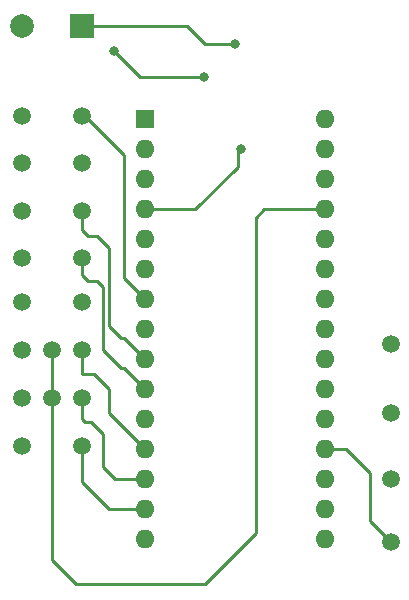
<source format=gbr>
%TF.GenerationSoftware,KiCad,Pcbnew,(5.1.9)-1*%
%TF.CreationDate,2023-04-18T08:21:27+02:00*%
%TF.ProjectId,NANO_Bot,4e414e4f-5f42-46f7-942e-6b696361645f,rev?*%
%TF.SameCoordinates,Original*%
%TF.FileFunction,Copper,L1,Top*%
%TF.FilePolarity,Positive*%
%FSLAX46Y46*%
G04 Gerber Fmt 4.6, Leading zero omitted, Abs format (unit mm)*
G04 Created by KiCad (PCBNEW (5.1.9)-1) date 2023-04-18 08:21:27*
%MOMM*%
%LPD*%
G01*
G04 APERTURE LIST*
%TA.AperFunction,ComponentPad*%
%ADD10C,1.500000*%
%TD*%
%TA.AperFunction,ComponentPad*%
%ADD11R,1.600000X1.600000*%
%TD*%
%TA.AperFunction,ComponentPad*%
%ADD12O,1.600000X1.600000*%
%TD*%
%TA.AperFunction,ComponentPad*%
%ADD13C,2.000000*%
%TD*%
%TA.AperFunction,ComponentPad*%
%ADD14R,2.000000X2.000000*%
%TD*%
%TA.AperFunction,ViaPad*%
%ADD15C,0.800000*%
%TD*%
%TA.AperFunction,Conductor*%
%ADD16C,0.250000*%
%TD*%
G04 APERTURE END LIST*
D10*
%TO.P,LP_rund,1*%
%TO.N,Net-(A1-Pad13)*%
X116586000Y-336296000D03*
%TD*%
%TO.P,LP_rund,1*%
%TO.N,Net-(A1-Pad27)*%
X114046000Y-336296000D03*
%TD*%
%TO.P,LP_rund,1*%
%TO.N,Net-(A1-Pad12)*%
X116586000Y-332232000D03*
%TD*%
%TO.P,LP_rund,1*%
%TO.N,Net-(A1-Pad27)*%
X114046000Y-332232000D03*
%TD*%
%TO.P,LP_rund,1*%
%TO.N,Net-(A1-Pad14)*%
X116586000Y-340360000D03*
%TD*%
%TO.P,LP_rund,1*%
%TO.N,Net-(A1-Pad11)*%
X116586000Y-328168000D03*
%TD*%
%TO.P,LP_rund,1*%
%TO.N,Net-(A1-Pad10)*%
X116586000Y-324394284D03*
%TD*%
%TO.P,LP_rund,1*%
%TO.N,Net-(A1-Pad9)*%
X116586000Y-320402856D03*
%TD*%
%TO.P,LP_rund,1*%
%TO.N,Net-(A1-Pad29)*%
X111506000Y-340360000D03*
%TD*%
%TO.P,LP_rund,1*%
%TO.N,Net-(A1-Pad29)*%
X111506000Y-336296000D03*
%TD*%
%TO.P,LP_rund,1*%
%TO.N,Net-(A1-Pad29)*%
X111506000Y-332232000D03*
%TD*%
%TO.P,LP_rund,1*%
%TO.N,Net-(A1-Pad29)*%
X111506000Y-328131712D03*
%TD*%
%TO.P,LP_rund,1*%
%TO.N,Net-(A1-Pad29)*%
X111506000Y-324394284D03*
%TD*%
%TO.P,LP_rund,1*%
%TO.N,Net-(A1-Pad29)*%
X111506000Y-320402856D03*
%TD*%
%TO.P,LP_rund,1*%
%TO.N,Net-(A1-Pad29)*%
X111506000Y-316411428D03*
%TD*%
%TO.P,LP_rund,1*%
%TO.N,Net-(A1-Pad8)*%
X116586000Y-316411428D03*
%TD*%
%TO.P,LP_rund,1*%
%TO.N,Net-(A1-Pad29)*%
X111506000Y-312420000D03*
%TD*%
%TO.P,LP_rund,1*%
%TO.N,Net-(A1-Pad7)*%
X116586000Y-312420000D03*
%TD*%
%TO.P,LP_rund,1*%
%TO.N,Net-(A1-Pad24)*%
X142748000Y-331724000D03*
%TD*%
%TO.P,LP_rund,1*%
%TO.N,Net-(A1-Pad23)*%
X142748000Y-337566000D03*
%TD*%
%TO.P,LP_rund,1*%
%TO.N,Net-(A1-Pad21)*%
X142748000Y-343154000D03*
%TD*%
%TO.P,LP_rund,1*%
%TO.N,Net-(A1-Pad19)*%
X142748000Y-348488000D03*
%TD*%
D11*
%TO.P,A1,1*%
%TO.N,Net-(A1-Pad1)*%
X121951001Y-312695001D03*
D12*
%TO.P,A1,17*%
%TO.N,Net-(A1-Pad17)*%
X137191001Y-345715001D03*
%TO.P,A1,2*%
%TO.N,Net-(A1-Pad2)*%
X121951001Y-315235001D03*
%TO.P,A1,18*%
%TO.N,Net-(A1-Pad18)*%
X137191001Y-343175001D03*
%TO.P,A1,3*%
%TO.N,Net-(A1-Pad28)*%
X121951001Y-317775001D03*
%TO.P,A1,19*%
%TO.N,Net-(A1-Pad19)*%
X137191001Y-340635001D03*
%TO.P,A1,4*%
%TO.N,Net-(A1-Pad29)*%
X121951001Y-320315001D03*
%TO.P,A1,20*%
%TO.N,Net-(A1-Pad20)*%
X137191001Y-338095001D03*
%TO.P,A1,5*%
%TO.N,Net-(A1-Pad5)*%
X121951001Y-322855001D03*
%TO.P,A1,21*%
%TO.N,Net-(A1-Pad21)*%
X137191001Y-335555001D03*
%TO.P,A1,6*%
%TO.N,Net-(A1-Pad6)*%
X121951001Y-325395001D03*
%TO.P,A1,22*%
%TO.N,Net-(A1-Pad22)*%
X137191001Y-333015001D03*
%TO.P,A1,7*%
%TO.N,Net-(A1-Pad7)*%
X121951001Y-327935001D03*
%TO.P,A1,23*%
%TO.N,Net-(A1-Pad23)*%
X137191001Y-330475001D03*
%TO.P,A1,8*%
%TO.N,Net-(A1-Pad8)*%
X121951001Y-330475001D03*
%TO.P,A1,24*%
%TO.N,Net-(A1-Pad24)*%
X137191001Y-327935001D03*
%TO.P,A1,9*%
%TO.N,Net-(A1-Pad9)*%
X121951001Y-333015001D03*
%TO.P,A1,25*%
%TO.N,Net-(A1-Pad25)*%
X137191001Y-325395001D03*
%TO.P,A1,10*%
%TO.N,Net-(A1-Pad10)*%
X121951001Y-335555001D03*
%TO.P,A1,26*%
%TO.N,Net-(A1-Pad26)*%
X137191001Y-322855001D03*
%TO.P,A1,11*%
%TO.N,Net-(A1-Pad11)*%
X121951001Y-338095001D03*
%TO.P,A1,27*%
%TO.N,Net-(A1-Pad27)*%
X137191001Y-320315001D03*
%TO.P,A1,12*%
%TO.N,Net-(A1-Pad12)*%
X121951001Y-340635001D03*
%TO.P,A1,28*%
%TO.N,Net-(A1-Pad28)*%
X137191001Y-317775001D03*
%TO.P,A1,13*%
%TO.N,Net-(A1-Pad13)*%
X121951001Y-343175001D03*
%TO.P,A1,29*%
%TO.N,Net-(A1-Pad29)*%
X137191001Y-315235001D03*
%TO.P,A1,14*%
%TO.N,Net-(A1-Pad14)*%
X121951001Y-345715001D03*
%TO.P,A1,30*%
%TO.N,Net-(A1-Pad30)*%
X137191001Y-312695001D03*
%TO.P,A1,15*%
%TO.N,Net-(A1-Pad15)*%
X121951001Y-348255001D03*
%TO.P,A1,16*%
%TO.N,Net-(A1-Pad16)*%
X137191001Y-348255001D03*
%TD*%
D13*
%TO.P,GND,1*%
%TO.N,Net-(A1-Pad29)*%
X111506000Y-304800000D03*
D14*
%TO.P,GND,2*%
%TO.N,Net-(A1-Pad30)*%
X116586000Y-304800000D03*
%TD*%
D15*
%TO.N,Net-(A1-Pad29)*%
X126920000Y-309110000D03*
X119320000Y-306920000D03*
X130069001Y-315235001D03*
%TO.N,Net-(A1-Pad30)*%
X129540000Y-306324000D03*
%TD*%
D16*
%TO.N,Net-(A1-Pad19)*%
X137191001Y-340635001D02*
X138959001Y-340635001D01*
X138959001Y-340635001D02*
X140970000Y-342646000D01*
X140970000Y-346710000D02*
X142748000Y-348488000D01*
X140970000Y-342646000D02*
X140970000Y-346710000D01*
%TO.N,Net-(A1-Pad29)*%
X121510000Y-309110000D02*
X119320000Y-306920000D01*
X126920000Y-309110000D02*
X121510000Y-309110000D01*
X121951001Y-320315001D02*
X126216999Y-320315001D01*
X126216999Y-320315001D02*
X129794000Y-316738000D01*
X129794000Y-315510002D02*
X130069001Y-315235001D01*
X129794000Y-316738000D02*
X129794000Y-315510002D01*
%TO.N,Net-(A1-Pad21)*%
X142748000Y-343154000D02*
X142748000Y-342575002D01*
%TO.N,Net-(A1-Pad7)*%
X121951001Y-327935001D02*
X120152000Y-326136000D01*
X120152000Y-326136000D02*
X120152000Y-315732000D01*
X116840000Y-312420000D02*
X116586000Y-312420000D01*
X120152000Y-315732000D02*
X116840000Y-312420000D01*
%TO.N,Net-(A1-Pad10)*%
X116650000Y-325174000D02*
X116650000Y-325130000D01*
%TO.N,Net-(A1-Pad9)*%
X121951001Y-333015001D02*
X120152000Y-331216000D01*
X120152000Y-331216000D02*
X119888000Y-331216000D01*
X119888000Y-331216000D02*
X118872000Y-330200000D01*
X118872000Y-330200000D02*
X118872000Y-323596000D01*
X118872000Y-323596000D02*
X117856000Y-322580000D01*
X117856000Y-322580000D02*
X117094000Y-322580000D01*
X116586000Y-322072000D02*
X116586000Y-320402856D01*
X117094000Y-322580000D02*
X116586000Y-322072000D01*
%TO.N,Net-(A1-Pad10)*%
X121951001Y-335555001D02*
X120152000Y-333756000D01*
X120152000Y-333756000D02*
X119888000Y-333756000D01*
X119888000Y-333756000D02*
X118364000Y-332232000D01*
X118364000Y-332232000D02*
X118364000Y-326898000D01*
X118364000Y-326898000D02*
X117856000Y-326390000D01*
X117856000Y-326390000D02*
X117094000Y-326390000D01*
X116586000Y-325882000D02*
X116586000Y-324394284D01*
X117094000Y-326390000D02*
X116586000Y-325882000D01*
%TO.N,Net-(A1-Pad11)*%
X116650000Y-327714000D02*
X116650000Y-327670000D01*
%TO.N,Net-(A1-Pad27)*%
X114046000Y-332232000D02*
X114046000Y-336296000D01*
X131318000Y-321056000D02*
X132058999Y-320315001D01*
X131318000Y-347726000D02*
X131318000Y-321056000D01*
X127000000Y-352044000D02*
X131318000Y-347726000D01*
X116078000Y-352044000D02*
X127000000Y-352044000D01*
X132058999Y-320315001D02*
X137191001Y-320315001D01*
X114046000Y-350012000D02*
X116078000Y-352044000D01*
X114046000Y-336296000D02*
X114046000Y-350012000D01*
%TO.N,Net-(A1-Pad12)*%
X121951001Y-340635001D02*
X118882000Y-337566000D01*
X118882000Y-337566000D02*
X118882000Y-335544000D01*
X118882000Y-335544000D02*
X117602000Y-334264000D01*
X117602000Y-334264000D02*
X116586000Y-334264000D01*
X116586000Y-334264000D02*
X116586000Y-332232000D01*
%TO.N,Net-(A1-Pad13)*%
X121951001Y-343175001D02*
X119401001Y-343175001D01*
X119401001Y-343175001D02*
X118364000Y-342138000D01*
X118364000Y-342138000D02*
X118364000Y-339344000D01*
X118364000Y-339344000D02*
X117348000Y-338328000D01*
X117348000Y-338328000D02*
X116840000Y-338328000D01*
X116586000Y-338074000D02*
X116586000Y-336296000D01*
X116840000Y-338328000D02*
X116586000Y-338074000D01*
%TO.N,Net-(A1-Pad14)*%
X121951001Y-345715001D02*
X118893001Y-345715001D01*
X116586000Y-343408000D02*
X116586000Y-340360000D01*
X118893001Y-345715001D02*
X116586000Y-343408000D01*
%TO.N,Net-(A1-Pad30)*%
X116586000Y-304800000D02*
X125476000Y-304800000D01*
X127000000Y-306324000D02*
X129540000Y-306324000D01*
X125476000Y-304800000D02*
X127000000Y-306324000D01*
%TD*%
M02*

</source>
